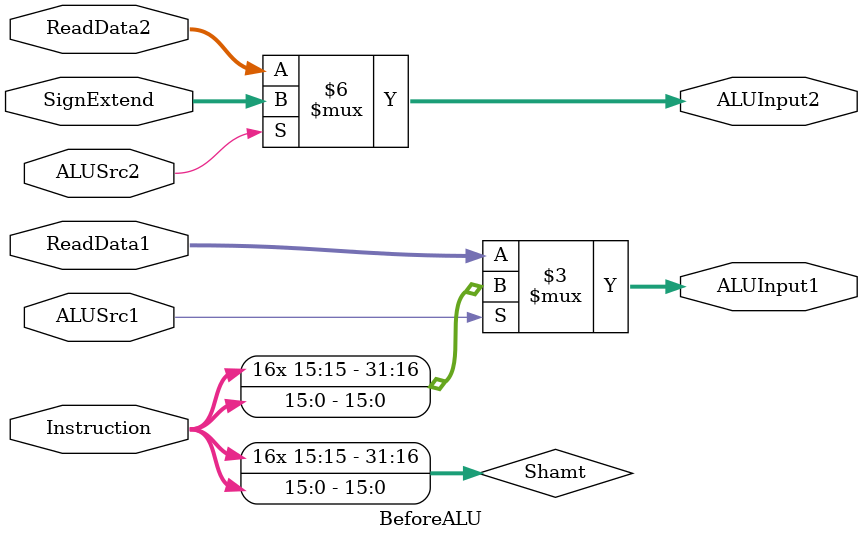
<source format=v>
`timescale 1ns / 1ps
module BeforeALU(
    input ALUSrc1,
    input ALUSrc2,
    input [31:0] ReadData1,
    input [31:0] Instruction,
    input [31:0] ReadData2,
    input [31:0] SignExtend,
    output reg [31:0] ALUInput1,
    output reg [31:0] ALUInput2
    );
    wire [31:0] Shamt = {{16{Instruction[15]}},Instruction[15:0]};
    
    always @ (ALUSrc1 or ReadData1 or Shamt)
    ALUInput1 = (ALUSrc1 == 1) ? Shamt : ReadData1;
    
    always @ (ALUSrc2 or ReadData2 or SignExtend)
    ALUInput2 = (ALUSrc2 == 1) ? SignExtend : ReadData2;
    
endmodule

</source>
